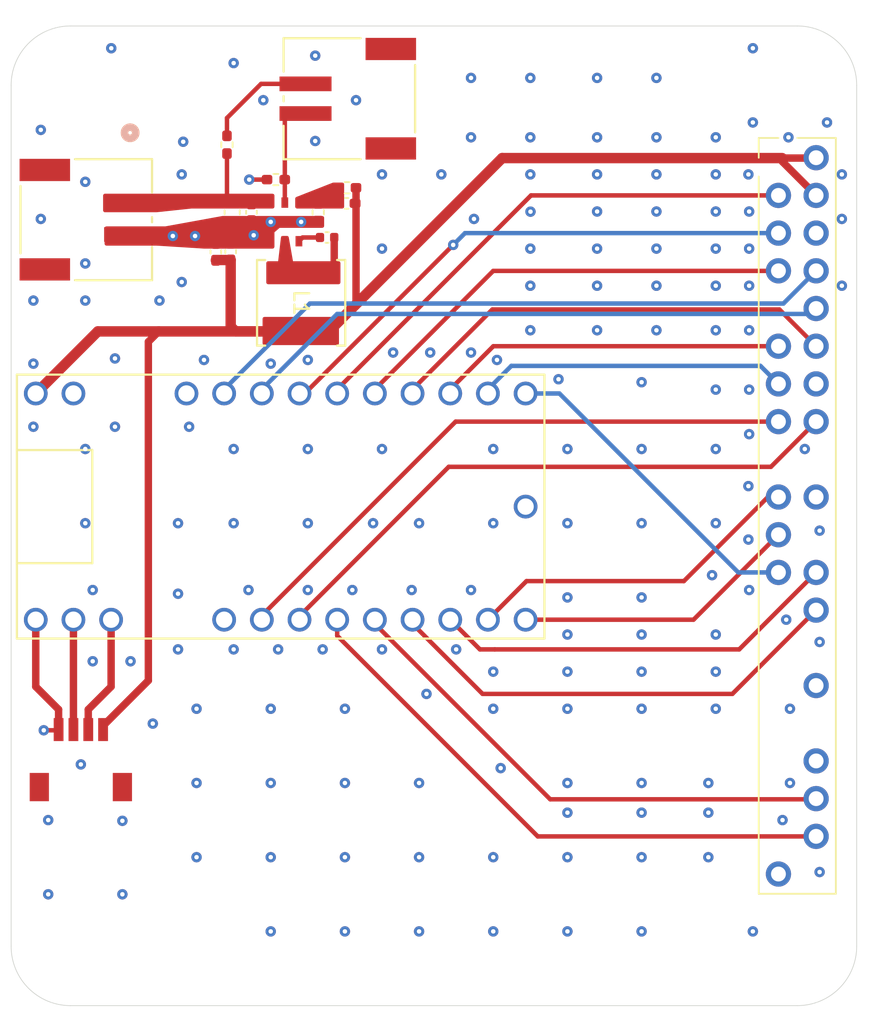
<source format=kicad_pcb>
(kicad_pcb (version 20240108) (generator "pcbnew") (generator_version "8.0")
  (layers (0 "F.Cu" signal) (1 "In1.Cu" power) (2 "In2.Cu" power) (31 "B.Cu" signal) (34 "B.Paste" user) (35 "F.Paste" user) (36 "B.SilkS" user "B.Silkscreen") (37 "F.SilkS" user "F.Silkscreen") (38 "B.Mask" user) (39 "F.Mask" user) (44 "Edge.Cuts" user))
  (net 0 "")
  (net 1 "/BUSY")
  (net 2 "/RAD_PWR")
  (net 3 "/MOD_6_MULT")
  (net 4 "/GPS_STBY")
  (net 6 "/MOD_8_MULT")
  (net 7 "VBUS")
  (net 8 "GND")
  (net 9 "/DC-DC-Out")
  (net 10 "Net-(U2-BST)")
  (net 11 "+5V")
  (net 12 "/MOSI")
  (net 13 "/CS1")
  (net 14 "/CS0")
  (net 15 "/MISO")
  (net 16 "/SCK")
  (net 17 "/RX")
  (net 18 "/DIO1")
  (net 19 "/SDA")
  (net 20 "/MOD_RST")
  (net 21 "/SCL")
  (net 23 "/TX")
  (net 24 "/LO_RST")
  (net 25 "/RX_ALT")
  (net 26 "/TX_ALT")
  (net 31 "/Enable")
  (net 32 "Net-(On/Off/switch1-Pad2)")
  (net 33 "/FB")
  (footprint "Resistor_SMD:R_0402_1005Metric_Pad0.72x0.64mm_HandSolder" (layer "F.Cu") (at 70.55 54 -90)
    (property "Reference" "R2" (hide yes))
    (property "Value" "100k" (hide yes))
    (fp_line (start -0.167621 0.38) (end 0.167621 0.38) (stroke (width 0.12)) (layer "F.SilkS"))
    (fp_line (start -0.167621 -0.38) (end 0.167621 -0.38) (stroke (width 0.12)) (layer "F.SilkS"))
    (pad "1" smd roundrect (at -0.5975 0 270) (size 0.715 0.64) (layers "F.Cu" "F.Paste" "F.Mask") (net 32 "Net-(On/Off/switch1-Pad2)"))
    (pad "2" smd roundrect (at 0.5975 0 270) (size 0.715 0.64) (layers "F.Cu" "F.Paste" "F.Mask") (net 7 "VBUS"))
  )
  (footprint "TF:MountingHole_3mm_rec" (layer "F.Cu") (at 60 50)
    (property "Reference" "H1" (hide yes))
    (property "Value" "MountingHole" (hide yes))
    (pad "" np_thru_hole circle (at 0 0) (size 3 3) (drill 3) (layers "*.Cu" "*.Mask"))
  )
  (footprint "TF:MountingHole_4mm_t4" (layer "F.Cu") (at 66 50)
    (property "Reference" "H5" (hide yes))
    (property "Value" "MountingHole" (hide yes))
    (pad "" np_thru_hole circle (at 0 0) (size 4 4) (drill 4) (layers "*.Cu" "*.Mask"))
  )
  (footprint "TF:MountingHole_3mm_rec" (layer "F.Cu") (at 109 108)
    (property "Reference" "H4" (hide yes))
    (property "Value" "MountingHole" (hide yes))
    (pad "" np_thru_hole circle (at 0 0) (size 3 3) (drill 3) (layers "*.Cu" "*.Mask"))
  )
  (footprint "Capacitor_SMD:C_0603_1608Metric" (layer "F.Cu") (at 70.9 58.55 -90)
    (property "Reference" "C1" (hide yes))
    (property "Value" "10u" (hide yes))
    (fp_line (start -0.14058 0.51) (end 0.14058 0.51) (stroke (width 0.12)) (layer "F.SilkS"))
    (fp_line (start -0.14058 -0.51) (end 0.14058 -0.51) (stroke (width 0.12)) (layer "F.SilkS"))
    (pad "1" smd roundrect (at -0.775 0 270) (size 0.9 0.95) (layers "F.Cu" "F.Paste" "F.Mask") (net 7 "VBUS"))
    (pad "2" smd roundrect (at 0.775 0 270) (size 0.9 0.95) (layers "F.Cu" "F.Paste" "F.Mask") (net 8 "GND"))
  )
  (footprint "Capacitor_SMD:C_0402_1005Metric_Pad0.74x0.62mm_HandSolder" (layer "F.Cu") (at 69.8 61.2175 90)
    (property "Reference" "C5" (hide yes))
    (property "Value" "22u" (hide yes))
    (fp_line (start -0.115835 -0.36) (end 0.115835 -0.36) (stroke (width 0.12)) (layer "F.SilkS"))
    (fp_line (start -0.115835 0.36) (end 0.115835 0.36) (stroke (width 0.12)) (layer "F.SilkS"))
    (pad "1" smd roundrect (at -0.5675 0 90) (size 0.735 0.62) (layers "F.Cu" "F.Paste" "F.Mask") (net 11 "+5V"))
    (pad "2" smd roundrect (at 0.5675 0 90) (size 0.735 0.62) (layers "F.Cu" "F.Paste" "F.Mask") (net 8 "GND"))
  )
  (footprint "footprints:SOIC_05WU-7_DIO-L_mod" (layer "F.Cu") (at 74.450001 59.2 -90)
    (property "Reference" "U2" (hide yes))
    (property "Value" "AP63300WU-7_mod" (hide yes))
    (pad "1" smd rect (at -1.3 -0.950001 270) (size 0.6985 0.4572) (layers "F.Cu" "F.Paste" "F.Mask") (net 33 "/FB"))
    (pad "2" smd rect (at -1.3 0 270) (size 0.6985 0.4572) (layers "F.Cu" "F.Paste" "F.Mask") (net 31 "/Enable"))
    (pad "3" smd rect (at -1.3 0.950001 270) (size 0.6985 0.4572) (layers "F.Cu" "F.Paste" "F.Mask") (net 7 "VBUS"))
    (pad "4" smd rect (at 1.3 0.950001 270) (size 0.6985 0.4572) (layers "F.Cu" "F.Paste" "F.Mask") (net 8 "GND"))
    (pad "5" smd rect (at 1.3 0 270) (size 0.6985 0.4572) (layers "F.Cu" "F.Paste" "F.Mask") (net 9 "/DC-DC-Out"))
    (pad "6" smd rect (at 1.3 -0.950001 270) (size 0.6985 0.4572) (layers "F.Cu" "F.Paste" "F.Mask") (net 10 "Net-(U2-BST)"))
  )
  (footprint "TF:MountingHole_4mm_t4" (layer "F.Cu") (at 66 108)
    (property "Reference" "H7" (hide yes))
    (property "Value" "MountingHole" (hide yes))
    (pad "" np_thru_hole circle (at 0 0) (size 4 4) (drill 4) (layers "*.Cu" "*.Mask"))
  )
  (footprint "Capacitor_SMD:C_0402_1005Metric" (layer "F.Cu") (at 77.3 60.25)
    (property "Reference" "C3" (hide yes))
    (property "Value" "100n" (hide yes))
    (fp_line (start -0.107836 -0.36) (end 0.107836 -0.36) (stroke (width 0.12)) (layer "F.SilkS"))
    (fp_line (start -0.107836 0.36) (end 0.107836 0.36) (stroke (width 0.12)) (layer "F.SilkS"))
    (pad "1" smd roundrect (at -0.48 0) (size 0.56 0.62) (layers "F.Cu" "F.Paste" "F.Mask") (net 10 "Net-(U2-BST)"))
    (pad "2" smd roundrect (at 0.48 0) (size 0.56 0.62) (layers "F.Cu" "F.Paste" "F.Mask") (net 9 "/DC-DC-Out"))
  )
  (footprint "JST PH 2pin:CONN_S2B-PH-SM4-TB_JST_no_circle" (layer "F.Cu") (at 78.8 50.9 90)
    (property "Reference" "On/Off/switch1" (hide yes))
    (property "Value" "S2B-PH-SM4-TB" (hide yes))
    (fp_line (start 4.0767 -4.4323) (end 1.828041 -4.4323) (stroke (width 0.1524)) (layer "F.SilkS"))
    (fp_line (start 0.171961 -4.4323) (end -0.171961 -4.4323) (stroke (width 0.1524)) (layer "F.SilkS"))
    (fp_line (start -1.828041 -4.4323) (end -4.0767 -4.4323) (stroke (width 0.1524)) (layer "F.SilkS"))
    (fp_line (start -4.0767 -4.4323) (end -4.0767 0.760161) (stroke (width 0.1524)) (layer "F.SilkS"))
    (fp_line (start 4.0767 0.760161) (end 4.0767 -4.4323) (stroke (width 0.1524)) (layer "F.SilkS"))
    (fp_line (start -2.267961 4.4323) (end 2.267961 4.4323) (stroke (width 0.1524)) (layer "F.SilkS"))
    (pad "1" smd rect (at -1.000001 -2.9553 90) (size 0.9906 3.5052) (layers "F.Cu" "F.Paste" "F.Mask") (net 31 "/Enable"))
    (pad "2" smd rect (at 1.000001 -2.9553 90) (size 0.9906 3.5052) (layers "F.Cu" "F.Paste" "F.Mask") (net 32 "Net-(On/Off/switch1-Pad2)"))
    (pad "3" smd rect (at -3.350001 2.794701 90) (size 1.4986 3.4036) (layers "F.Cu" "F.Paste" "F.Mask"))
    (pad "4" smd rect (at 3.350001 2.794701 90) (size 1.4986 3.4036) (layers "F.Cu" "F.Paste" "F.Mask"))
  )
  (footprint "Resistor_SMD:R_0402_1005Metric" (layer "F.Cu") (at 76.7 58.55 -90)
    (property "Reference" "R4" (hide yes))
    (property "Value" "31.1k" (hide yes))
    (fp_line (start -0.153641 0.38) (end 0.153641 0.38) (stroke (width 0.12)) (layer "F.SilkS"))
    (fp_line (start -0.153641 -0.38) (end 0.153641 -0.38) (stroke (width 0.12)) (layer "F.SilkS"))
    (pad "1" smd roundrect (at -0.51 0 270) (size 0.54 0.64) (layers "F.Cu" "F.Paste" "F.Mask") (net 33 "/FB"))
    (pad "2" smd roundrect (at 0.51 0 270) (size 0.54 0.64) (layers "F.Cu" "F.Paste" "F.Mask") (net 8 "GND"))
  )
  (footprint "Bourns_induct:IND_SRP5050FA-5R6M_BRN_mod" (layer "F.Cu") (at 75.55 64.65 -90)
    (property "Reference" "L1" (at 0 0 -90) (layer "F.SilkS"))
    (property "Value" "6.8uH")
    (fp_line (start -2.8829 2.9718) (end 2.8829 2.9718) (stroke (width 0.1524)) (layer "F.SilkS"))
    (fp_line (start 2.8829 2.9718) (end 2.8829 2.424852) (stroke (width 0.1524)) (layer "F.SilkS"))
    (fp_line (start -2.8829 2.424852) (end -2.8829 2.9718) (stroke (width 0.1524)) (layer "F.SilkS"))
    (fp_line (start 2.8829 -2.424852) (end 2.8829 -2.9718) (stroke (width 0.1524)) (layer "F.SilkS"))
    (fp_line (start -2.8829 -2.9718) (end -2.8829 -2.424852) (stroke (width 0.1524)) (layer "F.SilkS"))
    (fp_line (start 2.8829 -2.9718) (end -2.8829 -2.9718) (stroke (width 0.1524)) (layer "F.SilkS"))
    (pad "1" smd rect (at -1.927301 0 270) (size 1.2954 4.5974) (layers "F.Cu" "F.Paste" "F.Mask") (net 9 "/DC-DC-Out"))
    (pad "2" smd rect (at 1.927301 0 270) (size 1.2954 4.5974) (layers "F.Cu" "F.Paste" "F.Mask") (net 11 "+5V"))
  )
  (footprint "Resistor_SMD:R_0402_1005Metric_Pad0.72x0.64mm_HandSolder" (layer "F.Cu") (at 78.65 56.9)
    (property "Reference" "R3" (hide yes))
    (property "Value" "162k" (hide yes))
    (fp_line (start -0.167621 -0.38) (end 0.167621 -0.38) (stroke (width 0.12)) (layer "F.SilkS"))
    (fp_line (start -0.167621 0.38) (end 0.167621 0.38) (stroke (width 0.12)) (layer "F.SilkS"))
    (pad "1" smd roundrect (at -0.5975 0) (size 0.715 0.64) (layers "F.Cu" "F.Paste" "F.Mask") (net 33 "/FB"))
    (pad "2" smd roundrect (at 0.5975 0) (size 0.715 0.64) (layers "F.Cu" "F.Paste" "F.Mask") (net 11 "+5V"))
  )
  (footprint "TF:MountingHole_3mm_rec" (layer "F.Cu") (at 109 50)
    (property "Reference" "H2" (hide yes))
    (property "Value" "MountingHole" (hide yes))
    (pad "" np_thru_hole circle (at 0 0) (size 3 3) (drill 3) (layers "*.Cu" "*.Mask"))
  )
  (footprint "JST SH 4pin:CONN_SM04B-SRSS-TB_JST" (layer "F.Cu") (at 60.7 95.5 180)
    (property "Reference" "J2" (hide yes))
    (property "Value" "SM04B-SRSS-TB" (hide yes))
    (pad "1" smd rect (at 1.5 2.0985 180) (size 0.6604 1.5494) (layers "F.Cu" "F.Paste" "F.Mask") (net 8 "GND"))
    (pad "2" smd rect (at 0.499999 2.0985 180) (size 0.6604 1.5494) (layers "F.Cu" "F.Paste" "F.Mask") (net 25 "/RX_ALT"))
    (pad "3" smd rect (at -0.499999 2.0985 180) (size 0.6604 1.5494) (layers "F.Cu" "F.Paste" "F.Mask") (net 26 "/TX_ALT"))
    (pad "4" smd rect (at -1.5 2.0985 180) (size 0.6604 1.5494) (layers "F.Cu" "F.Paste" "F.Mask") (net 11 "+5V"))
    (pad "5" smd rect (at -2.799999 -1.776501 270) (size 1.905 1.2954) (layers "F.Cu" "F.Paste" "F.Mask"))
    (pad "6" smd rect (at 2.799999 -1.776501 270) (size 1.905 1.2954) (layers "F.Cu" "F.Paste" "F.Mask"))
  )
  (footprint "TF:MountingHole_3mm_rec" (layer "F.Cu") (at 60 108)
    (property "Reference" "H3" (hide yes))
    (property "Value" "MountingHole" (hide yes))
    (pad "" np_thru_hole circle (at 0 0) (size 3 3) (drill 3) (layers "*.Cu" "*.Mask"))
  )
  (footprint "Capacitor_SMD:C_0402_1005Metric_Pad0.74x0.62mm_HandSolder" (layer "F.Cu") (at 70.8 61.2 90)
    (property "Reference" "C4" (hide yes))
    (property "Value" "22u" (hide yes))
    (fp_line (start -0.115835 -0.36) (end 0.115835 -0.36) (stroke (width 0.12)) (layer "F.SilkS"))
    (fp_line (start -0.115835 0.36) (end 0.115835 0.36) (stroke (width 0.12)) (layer "F.SilkS"))
    (pad "1" smd roundrect (at -0.5675 0 90) (size 0.735 0.62) (layers "F.Cu" "F.Paste" "F.Mask") (net 11 "+5V"))
    (pad "2" smd roundrect (at 0.5675 0 90) (size 0.735 0.62) (layers "F.Cu" "F.Paste" "F.Mask") (net 8 "GND"))
  )
  (footprint "Capacitor_SMD:C_0402_1005Metric" (layer "F.Cu") (at 72.2 58.55 -90)
    (property "Reference" "C2" (hide yes))
    (property "Value" "100n" (hide yes))
    (fp_line (start -0.107836 0.36) (end 0.107836 0.36) (stroke (width 0.12)) (layer "F.SilkS"))
    (fp_line (start -0.107836 -0.36) (end 0.107836 -0.36) (stroke (width 0.12)) (layer "F.SilkS"))
    (pad "1" smd roundrect (at -0.48 0 270) (size 0.56 0.62) (layers "F.Cu" "F.Paste" "F.Mask") (net 7 "VBUS"))
    (pad "2" smd roundrect (at 0.48 0 270) (size 0.56 0.62) (layers "F.Cu" "F.Paste" "F.Mask") (net 8 "GND"))
  )
  (footprint "TF:MountingHole_4mm_t4" (layer "F.Cu") (at 103 108)
    (property "Reference" "H8" (hide yes))
    (property "Value" "MountingHole" (hide yes))
    (pad "" np_thru_hole circle (at 0 0) (size 4 4) (drill 4) (layers "*.Cu" "*.Mask"))
  )
  (footprint "Capacitor_SMD:C_0402_1005Metric_Pad0.74x0.62mm_HandSolder" (layer "F.Cu") (at 78.6175 57.95)
    (property "Reference" "C6" (hide yes))
    (property "Value" "47p" (hide yes))
    (fp_line (start -0.115835 -0.36) (end 0.115835 -0.36) (stroke (width 0.12)) (layer "F.SilkS"))
    (fp_line (start -0.115835 0.36) (end 0.115835 0.36) (stroke (width 0.12)) (layer "F.SilkS"))
    (pad "1" smd roundrect (at -0.5675 0) (size 0.735 0.62) (layers "F.Cu" "F.Paste" "F.Mask") (net 33 "/FB"))
    (pad "2" smd roundrect (at 0.5675 0) (size 0.735 0.62) (layers "F.Cu" "F.Paste" "F.Mask") (net 11 "+5V"))
  )
  (footprint "Resistor_SMD:R_0402_1005Metric_Pad0.72x0.64mm_HandSolder" (layer "F.Cu") (at 73.8475 56.35 180)
    (property "Reference" "R1" (hide yes))
    (property "Value" "100k" (hide yes))
    (fp_line (start -0.167621 0.38) (end 0.167621 0.38) (stroke (width 0.12)) (layer "F.SilkS"))
    (fp_line (start -0.167621 -0.38) (end 0.167621 -0.38) (stroke (width 0.12)) (layer "F.SilkS"))
    (pad "1" smd roundrect (at -0.5975 0 180) (size 0.715 0.64) (layers "F.Cu" "F.Paste" "F.Mask") (net 31 "/Enable"))
    (pad "2" smd roundrect (at 0.5975 0 180) (size 0.715 0.64) (layers "F.Cu" "F.Paste" "F.Mask") (net 8 "GND"))
  )
  (footprint "teensy:Teensy40_receiver" (layer "F.Cu") (at 74.17 78.38)
    (property "Reference" "U1" (hide yes))
    (property "Value" "Teensy4.0" (hide yes))
    (fp_line (start -17.78 -8.89) (end 17.78 -8.89) (stroke (width 0.15)) (layer "F.SilkS"))
    (fp_line (start -17.78 8.89) (end -17.78 -8.89) (stroke (width 0.15)) (layer "F.SilkS"))
    (fp_line (start -12.7 -3.81) (end -17.78 -3.81) (stroke (width 0.15)) (layer "F.SilkS"))
    (fp_line (start -12.7 3.81) (end -17.78 3.81) (stroke (width 0.15)) (layer "F.SilkS"))
    (fp_line (start -12.7 3.81) (end -12.7 -3.81) (stroke (width 0.15)) (layer "F.SilkS"))
    (fp_line (start 17.78 -8.89) (end 17.78 8.89) (stroke (width 0.15)) (layer "F.SilkS"))
    (fp_line (start 17.78 8.89) (end -17.78 8.89) (stroke (width 0.15)) (layer "F.SilkS"))
    (pad "1" thru_hole circle (at -16.51 7.62) (size 1.6 1.6) (drill 1.1) (layers "*.Cu" "*.Mask") (net 8 "GND"))
    (pad "2" thru_hole circle (at -13.97 7.62) (size 1.6 1.6) (drill 1.1) (layers "*.Cu" "*.Mask") (net 25 "/RX_ALT"))
    (pad "3" thru_hole circle (at -11.43 7.62) (size 1.6 1.6) (drill 1.1) (layers "*.Cu" "*.Mask") (net 26 "/TX_ALT"))
    (pad "6" thru_hole circle (at -3.81 7.62) (size 1.6 1.6) (drill 1.1) (layers "*.Cu" "*.Mask"))
    (pad "7" thru_hole circle (at -1.27 7.62) (size 1.6 1.6) (drill 1.1) (layers "*.Cu" "*.Mask") (net 24 "/LO_RST"))
    (pad "8" thru_hole circle (at 1.27 7.62) (size 1.6 1.6) (drill 1.1) (layers "*.Cu" "*.Mask") (net 20 "/MOD_RST"))
    (pad "9" thru_hole circle (at 3.81 7.62) (size 1.6 1.6) (drill 1.1) (layers "*.Cu" "*.Mask") (net 3 "/MOD_6_MULT"))
    (pad "10" thru_hole circle (at 6.35 7.62) (size 1.6 1.6) (drill 1.1) (layers "*.Cu" "*.Mask") (net 6 "/MOD_8_MULT"))
    (pad "11" thru_hole circle (at 8.89 7.62) (size 1.6 1.6) (drill 1.1) (layers "*.Cu" "*.Mask") (net 13 "/CS1"))
    (pad "12" thru_hole circle (at 11.43 7.62) (size 1.6 1.6) (drill 1.1) (layers "*.Cu" "*.Mask") (net 14 "/CS0"))
    (pad "13" thru_hole circle (at 13.97 7.62) (size 1.6 1.6) (drill 1.1) (layers "*.Cu" "*.Mask") (net 12 "/MOSI"))
    (pad "14" thru_hole circle (at 16.51 7.62) (size 1.6 1.6) (drill 1.1) (layers "*.Cu" "*.Mask") (net 15 "/MISO"))
    (pad "17" thru_hole circle (at 16.51 0) (size 1.6 1.6) (drill 1.1) (layers "*.Cu" "*.Mask") (net 8 "GND"))
    (pad "20" thru_hole circle (at 16.51 -7.62) (size 1.6 1.6) (drill 1.1) (layers "*.Cu" "*.Mask") (net 16 "/SCK"))
    (pad "21" thru_hole circle (at 13.97 -7.62) (size 1.6 1.6) (drill 1.1) (layers "*.Cu" "*.Mask") (net 4 "/GPS_STBY"))
    (pad "22" thru_hole circle (at 11.43 -7.62) (size 1.6 1.6) (drill 1.1) (layers "*.Cu" "*.Mask") (net 18 "/DIO1"))
    (pad "23" thru_hole circle (at 8.89 -7.62) (size 1.6 1.6) (drill 1.1) (layers "*.Cu" "*.Mask") (net 2 "/RAD_PWR"))
    (pad "24" thru_hole circle (at 6.35 -7.62) (size 1.6 1.6) (drill 1.1) (layers "*.Cu" "*.Mask") (net 1 "/BUSY"))
    (pad "25" thru_hole circle (at 3.81 -7.62) (size 1.6 1.6) (drill 1.1) (layers "*.Cu" "*.Mask") (net 19 "/SDA"))
    (pad "26" thru_hole circle (at 1.27 -7.62) (size 1.6 1.6) (drill 1.1) (layers "*.Cu" "*.Mask") (net 21 "/SCL"))
    (pad "27" thru_hole circle (at -1.27 -7.62) (size 1.6 1.6) (drill 1.1) (layers "*.Cu" "*.Mask") (net 23 "/TX"))
    (pad "28" thru_hole circle (at -3.81 -7.62) (size 1.6 1.6) (drill 1.1) (layers "*.Cu" "*.Mask") (net 17 "/RX"))
    (pad "29" thru_hole circle (at -6.35 -7.62) (size 1.6 1.6) (drill 1.1) (layers "*.Cu" "*.Mask"))
    (pad "32" thru_hole circle (at -13.97 -7.62) (size 1.6 1.6) (drill 1.1) (layers "*.Cu" "*.Mask") (net 8 "GND"))
    (pad "33" thru_hole circle (at -16.51 -7.62) (size 1.6 1.6) (drill 1.1) (layers "*.Cu" "*.Mask") (net 11 "+5V"))
  )
  (footprint "JST PH 2pin:CONN_S2B-PH-SM4-TB_JST" (layer "F.Cu") (at 61.065701 59.05 -90)
    (property "Reference" "J3" (hide yes))
    (property "Value" "S2B-PH-SM4-TB" (hide yes))
    (fp_circle (center -5.8547 -2.9553) (end -5.4737 -2.9553) (stroke (width 0.508)) (fill none) (layer "B.SilkS"))
    (fp_line (start -2.267961 4.4323) (end 2.267961 4.4323) (stroke (width 0.1524)) (layer "F.SilkS"))
    (fp_line (start 4.0767 0.760161) (end 4.0767 -4.4323) (stroke (width 0.1524)) (layer "F.SilkS"))
    (fp_line (start -4.0767 -4.4323) (end -4.0767 0.760161) (stroke (width 0.1524)) (layer "F.SilkS"))
    (fp_line (start -1.828041 -4.4323) (end -4.0767 -4.4323) (stroke (width 0.1524)) (layer "F.SilkS"))
    (fp_line (start 0.171961 -4.4323) (end -0.171961 -4.4323) (stroke (width 0.1524)) (layer "F.SilkS"))
    (fp_line (start 4.0767 -4.4323) (end 1.828041 -4.4323) (stroke (width 0.1524)) (layer "F.SilkS"))
    (fp_circle (center -5.8547 -2.9553) (end -5.4737 -2.9553) (stroke (width 0.508)) (fill none) (layer "F.SilkS"))
    (pad "1" smd rect (at -1.000001 -2.9553 270) (size 0.9906 3.5052) (layers "F.Cu" "F.Paste" "F.Mask") (net 7 "VBUS"))
    (pad "2" smd rect (at 1.000001 -2.9553 270) (size 0.9906 3.5052) (layers "F.Cu" "F.Paste" "F.Mask") (net 8 "GND"))
    (pad "3" smd rect (at -3.350001 2.794701 270) (size 1.4986 3.4036) (layers "F.Cu" "F.Paste" "F.Mask"))
    (pad "4" smd rect (at 3.350001 2.794701 270) (size 1.4986 3.4036) (layers "F.Cu" "F.Paste" "F.Mask"))
  )
  (footprint "TF:MountingHole_4mm_t4" (layer "F.Cu") (at 103 50)
    (property "Reference" "H6" (hide yes))
    (property "Value" "MountingHole" (hide yes))
    (pad "" np_thru_hole circle (at 0 0) (size 4 4) (drill 4) (layers "*.Cu" "*.Mask"))
  )
  (footprint "TF:PinHeader_2x20_P2.54mm_Vertical_receiver" (layer "F.Cu") (at 107.725 54.875)
    (property "Reference" "J1" (hide yes))
    (property "Value" "Raspberry_Pi_4" (hide yes))
    (fp_line (start -1.33 -1.33) (end 0 -1.33) (stroke (width 0.12)) (layer "F.SilkS"))
    (fp_line (start -1.33 0) (end -1.33 -1.33) (stroke (width 0.12)) (layer "F.SilkS"))
    (fp_line (start -1.33 1.27) (end -1.33 49.59) (stroke (width 0.12)) (layer "F.SilkS"))
    (fp_line (start -1.33 49.59) (end 3.87 49.59) (stroke (width 0.12)) (layer "F.SilkS"))
    (fp_line (start 1.27 -1.33) (end 3.87 -1.33) (stroke (width 0.12)) (layer "F.SilkS"))
    (fp_line (start 3.87 -1.33) (end 3.87 49.59) (stroke (width 0.12)) (layer "F.SilkS"))
    (pad "2" thru_hole oval (at 2.54 0) (size 1.7 1.7) (drill 1) (layers "*.Cu" "*.Mask") (net 11 "+5V"))
    (pad "3" thru_hole oval (at 0 2.54) (size 1.7 1.7) (drill 1) (layers "*.Cu" "*.Mask") (net 19 "/SDA"))
    (pad "4" thru_hole oval (at 2.54 2.54) (size 1.7 1.7) (drill 1) (layers "*.Cu" "*.Mask") (net 11 "+5V"))
    (pad "5" thru_hole oval (at 0 5.08) (size 1.7 1.7) (drill 1) (layers "*.Cu" "*.Mask") (net 21 "/SCL"))
    (pad "6" thru_hole oval (at 2.54 5.08) (size 1.7 1.7) (drill 1) (layers "*.Cu" "*.Mask") (net 8 "GND"))
    (pad "7" thru_hole oval (at 0 7.62) (size 1.7 1.7) (drill 1) (layers "*.Cu" "*.Mask") (net 1 "/BUSY"))
    (pad "8" thru_hole oval (at 2.54 7.62) (size 1.7 1.7) (drill 1) (layers "*.Cu" "*.Mask") (net 17 "/RX"))
    (pad "10" thru_hole oval (at 2.54 10.16) (size 1.7 1.7) (drill 1) (layers "*.Cu" "*.Mask") (net 23 "/TX"))
    (pad "11" thru_hole oval (at 0 12.7) (size 1.7 1.7) (drill 1) (layers "*.Cu" "*.Mask") (net 18 "/DIO1"))
    (pad "12" thru_hole oval (at 2.54 12.7) (size 1.7 1.7) (drill 1) (layers "*.Cu" "*.Mask") (net 2 "/RAD_PWR"))
    (pad "13" thru_hole oval (at 0 15.24) (size 1.7 1.7) (drill 1) (layers "*.Cu" "*.Mask") (net 4 "/GPS_STBY"))
    (pad "14" thru_hole oval (at 2.54 15.24) (size 1.7 1.7) (drill 1) (layers "*.Cu" "*.Mask") (net 8 "GND"))
    (pad "15" thru_hole oval (at 0 17.78) (size 1.7 1.7) (drill 1) (layers "*.Cu" "*.Mask") (net 24 "/LO_RST"))
    (pad "16" thru_hole oval (at 2.54 17.78) (size 1.7 1.7) (drill 1) (layers "*.Cu" "*.Mask") (net 20 "/MOD_RST"))
    (pad "19" thru_hole oval (at 0 22.86) (size 1.7 1.7) (drill 1) (layers "*.Cu" "*.Mask") (net 12 "/MOSI"))
    (pad "20" thru_hole oval (at 2.54 22.86) (size 1.7 1.7) (drill 1) (layers "*.Cu" "*.Mask") (net 8 "GND"))
    (pad "21" thru_hole oval (at 0 25.4) (size 1.7 1.7) (drill 1) (layers "*.Cu" "*.Mask") (net 15 "/MISO"))
    (pad "23" thru_hole oval (at 0 27.94) (size 1.7 1.7) (drill 1) (layers "*.Cu" "*.Mask") (net 16 "/SCK"))
    (pad "24" thru_hole oval (at 2.54 27.94) (size 1.7 1.7) (drill 1) (layers "*.Cu" "*.Mask") (net 14 "/CS0"))
    (pad "26" thru_hole oval (at 2.54 30.48) (size 1.7 1.7) (drill 1) (layers "*.Cu" "*.Mask") (net 13 "/CS1"))
    (pad "30" thru_hole oval (at 2.54 35.56) (size 1.7 1.7) (drill 1) (layers "*.Cu" "*.Mask") (net 8 "GND"))
    (pad "34" thru_hole oval (at 2.54 40.64) (size 1.7 1.7) (drill 1) (layers "*.Cu" "*.Mask") (net 8 "GND"))
    (pad "36" thru_hole oval (at 2.54 43.18) (size 1.7 1.7) (drill 1) (layers "*.Cu" "*.Mask") (net 6 "/MOD_8_MULT"))
    (pad "38" thru_hole oval (at 2.54 45.72) (size 1.7 1.7) (drill 1) (layers "*.Cu" "*.Mask") (net 3 "/MOD_6_MULT"))
    (pad "39" thru_hole oval (at 0 48.26) (size 1.7 1.7) (drill 1) (layers "*.Cu" "*.Mask") (net 8 "GND"))
  )
  (gr_line (start 60 46) (end 109 46) (stroke (width 0.05)) (layer "Edge.Cuts"))
  (gr_arc (start 109 46) (mid 111.828427 47.171573) (end 113 50) (stroke (width 0.05)) (layer "Edge.Cuts"))
  (gr_line (start 56 108) (end 56 50) (stroke (width 0.05)) (layer "Edge.Cuts"))
  (gr_arc (start 60 112) (mid 57.171573 110.828427) (end 56 108) (stroke (width 0.05)) (layer "Edge.Cuts"))
  (gr_arc (start 113 108) (mid 111.828427 110.828427) (end 109 112) (stroke (width 0.05)) (layer "Edge.Cuts"))
  (gr_line (start 109 112) (end 60 112) (stroke (width 0.05)) (layer "Edge.Cuts"))
  (gr_line (start 113 50) (end 113 108) (stroke (width 0.05)) (layer "Edge.Cuts"))
  (gr_arc (start 56 50) (mid 57.171573 47.171573) (end 60 46) (stroke (width 0.05)) (layer "Edge.Cuts"))
  (segment (start 107.72 62.5) (end 107.725 62.495) (width 0.3) (layer "F.Cu") (net 1))
  (segment (start 88.5 62.5) (end 107.72 62.5) (width 0.3) (layer "F.Cu") (net 1))
  (segment (start 80.24 70.76) (end 88.5 62.5) (width 0.3) (layer "F.Cu") (net 1))
  (segment (start 88.44 65.1) (end 107.79 65.1) (width 0.3) (layer "F.Cu") (net 2))
  (segment (start 82.78 70.76) (end 88.44 65.1) (width 0.3) (layer "F.Cu") (net 2))
  (segment (start 107.79 65.1) (end 110.265 67.575) (width 0.3) (layer "F.Cu") (net 2))
  (segment (start 110.26 100.6) (end 110.265 100.595) (width 0.3) (layer "F.Cu") (net 3))
  (segment (start 77.98 87.08) (end 77.98 86) (width 0.3) (layer "F.Cu") (net 3))
  (segment (start 91.5 100.6) (end 110.26 100.6) (width 0.3) (layer "F.Cu") (net 3))
  (segment (start 77.98 87.08) (end 91.5 100.6) (width 0.3) (layer "F.Cu") (net 3))
  (segment (start 106.51 68.9) (end 107.725 70.115) (width 0.3) (layer "B.Cu") (net 4))
  (segment (start 89.72 68.9) (end 106.51 68.9) (width 0.3) (layer "B.Cu") (net 4))
  (segment (start 87.86 70.76) (end 89.72 68.9) (width 0.3) (layer "B.Cu") (net 4))
  (segment (start 92.34 98.1) (end 110.22 98.1) (width 0.3) (layer "F.Cu") (net 6))
  (segment (start 110.22 98.1) (end 110.265 98.055) (width 0.3) (layer "F.Cu") (net 6))
  (segment (start 80.24 86) (end 92.34 98.1) (width 0.3) (layer "F.Cu") (net 6))
  (segment (start 70.55 58.07) (end 70.55 54.5975) (width 0.3) (layer "F.Cu") (net 7))
  (segment (start 57.66 90.51) (end 57.66 86) (width 0.5) (layer "F.Cu") (net 8))
  (segment (start 59.2 92.05) (end 57.66 90.51) (width 0.5) (layer "F.Cu") (net 8))
  (segment (start 73.1025 56.35) (end 72.05 56.35) (width 0.3) (layer "F.Cu") (net 8))
  (segment (start 59.2 93.4015) (end 59.2 92.05) (width 0.5) (layer "F.Cu") (net 8))
  (segment (start 59.1515 93.45) (end 59.2 93.4015) (width 0.3) (layer "F.Cu") (net 8))
  (segment (start 58.2 93.45) (end 59.1515 93.45) (width 0.3) (layer "F.Cu") (net 8))
  (via (at 58 53) (size 0.7) (drill 0.3) (layers "F.Cu" "B.Cu") (net 8))
  (via (at 103.5 92) (size 0.7) (drill 0.3) (layers "F.Cu" "B.Cu") (net 8))
  (via (at 88.75 68.5) (size 0.7) (drill 0.3) (layers "F.Cu" "B.Cu") (net 8))
  (via (at 91 66.5) (size 0.7) (drill 0.3) (layers "F.Cu" "B.Cu") (net 8))
  (via (at 61 56.5) (size 0.7) (drill 0.3) (layers "F.Cu" "B.Cu") (net 8))
  (via (at 99.5 63.5) (size 0.7) (drill 0.3) (layers "F.Cu" "B.Cu") (net 8))
  (via (at 57.5 68.75) (size 0.7) (drill 0.3) (layers "F.Cu" "B.Cu") (net 8))
  (via (at 93.5 89.5) (size 0.7) (drill 0.3) (layers "F.Cu" "B.Cu") (net 8))
  (via (at 83.5 79.5) (size 0.7) (drill 0.3) (layers "F.Cu" "B.Cu") (net 8))
  (via (at 57.5 73) (size 0.7) (drill 0.3) (layers "F.Cu" "B.Cu") (net 8))
  (via (at 60.7 95.75) (size 0.7) (drill 0.3) (layers "F.Cu" "B.Cu") (net 8))
  (via (at 105.7 80.6) (size 0.7) (drill 0.3) (layers "F.Cu" "B.Cu") (net 8))
  (via (at 71 88) (size 0.7) (drill 0.3) (layers "F.Cu" "B.Cu") (net 8))
  (via (at 92.9 69.8) (size 0.7) (drill 0.3) (layers "F.Cu" "B.Cu") (net 8))
  (via (at 67.6 53.8) (size 0.7) (drill 0.3) (layers "F.Cu" "B.Cu") (net 8))
  (via (at 71 48.5) (size 0.7) (drill 0.3) (layers "F.Cu" "B.Cu") (net 8))
  (via (at 58.2 93.45) (size 0.7) (drill 0.3) (layers "F.Cu" "B.Cu") (net 8))
  (via (at 89 96) (size 0.7) (drill 0.3) (layers "F.Cu" "B.Cu") (net 8))
  (via (at 112 56) (size 0.7) (drill 0.3) (layers "F.Cu" "B.Cu") (net 8))
  (via (at 61 79.5) (size 0.7) (drill 0.3) (layers "F.Cu" "B.Cu") (net 8))
  (via (at 69 68.5) (size 0.7) (drill 0.3) (layers "F.Cu" "B.Cu") (net 8))
  (via (at 88.5 79.5) (size 0.7) (drill 0.3) (layers "F.Cu" "B.Cu") (net 8))
  (via (at 99.5 53.5) (size 0.7) (drill 0.3) (layers "F.Cu" "B.Cu") (net 8))
  (via (at 103.5 58.5) (size 0.7) (drill 0.3) (layers "F.Cu" "B.Cu") (net 8))
  (via (at 61.5 88.8) (size 0.7) (drill 0.3) (layers "F.Cu" "B.Cu") (net 8))
  (via (at 63 68.4) (size 0.7) (drill 0.3) (layers "F.Cu" "B.Cu") (net 8))
  (via (at 61 62) (size 0.7) (drill 0.3) (layers "F.Cu" "B.Cu") (net 8))
  (via (at 71 79.5) (size 0.7) (drill 0.3) (layers "F.Cu" "B.Cu") (net 8))
  (via (at 76.5 48) (size 0.7) (drill 0.3) (layers "F.Cu" "B.Cu") (net 8))
  (via (at 105.75 63.5) (size 0.7) (drill 0.3) (layers "F.Cu" "B.Cu") (net 8))
  (via (at 93.5 84.5) (size 0.7) (drill 0.3) (layers "F.Cu" "B.Cu") (net 8))
  (via (at 63.5 99.55) (size 0.7) (drill 0.3) (layers "F.Cu" "B.Cu") (net 8))
  (via (at 67.25 84.25) (size 0.7) (drill 0.3) (layers "F.Cu" "B.Cu") (net 8))
  (via (at 105.7 56) (size 0.7) (drill 0.3) (layers "F.Cu" "B.Cu") (net 8))
  (via (at 109.5 74.5) (size 0.7) (drill 0.3) (layers "F.Cu" "B.Cu") (net 8))
  (via (at 73.5 97) (size 0.7) (drill 0.3) (layers "F.Cu" "B.Cu") (net 8))
  (via (at 83.5 97) (size 0.7) (drill 0.3) (layers "F.Cu" "B.Cu") (net 8))
  (via (at 87 84) (size 0.7) (drill 0.3) (layers "F.Cu" "B.Cu") (net 8))
  (via (at 76 79.5) (size 0.7) (drill 0.3) (layers "F.Cu" "B.Cu") (net 8))
  (via (at 95.5 58.5) (size 0.7) (drill 0.3) (layers "F.Cu" "B.Cu") (net 8))
  (via (at 67.25 88) (size 0.7) (drill 0.3) (layers "F.Cu" "B.Cu") (net 8))
  (via (at 73.5 59.2) (size 0.7) (drill 0.3) (layers "F.Cu" "B.Cu") (net 8))
  (via (at 95.5 49.5) (size 0.7) (drill 0.3) (layers "F.Cu" "B.Cu") (net 8))
  (via (at 103 97) (size 0.7) (drill 0.3) (layers "F.Cu" "B.Cu") (net 8))
  (via (at 74 88) (size 0.7) (drill 0.3) (layers "F.Cu" "B.Cu") (net 8))
  (via (at 103.5 70.5) (size 0.7) (drill 0.3) (layers "F.Cu" "B.Cu") (net 8))
  (via (at 103.5 61) (size 0.7) (drill 0.3) (layers "F.Cu" "B.Cu") (net 8))
  (via (at 98.5 99) (size 0.7) (drill 0.3) (layers "F.Cu" "B.Cu") (net 8))
  (via (at 103.5 53.5) (size 0.7) (drill 0.3) (layers "F.Cu" "B.Cu") (net 8))
  (via (at 85 56) (size 0.7) (drill 0.3) (layers "F.Cu" "B.Cu") (net 8))
  (via (at 91 61) (size 0.7) (drill 0.3) (layers "F.Cu" "B.Cu") (net 8))
  (via (at 84.25 68) (size 0.7) (drill 0.3) (layers "F.Cu" "B.Cu") (net 8))
  (via (at 105.75 70.5) (size 0.7) (drill 0.3) (layers "F.Cu" "B.Cu") (net 8))
  (via (at 68.4 60.15) (size 0.7) (drill 0.3) (layers "F.Cu" "B.Cu") (net 8))
  (via (at 86 88) (size 0.7) (drill 0.3) (layers "F.Cu" "B.Cu") (net 8))
  (via (at 79 84) (size 0.7) (drill 0.3) (layers "F.Cu" "B.Cu") (net 8))
  (via (at 58.5 99.5) (size 0.7) (drill 0.3) (layers "F.Cu" "B.Cu") (net 8))
  (via (at 88.5 92) (size 0.7) (drill 0.3) (layers "F.Cu" "B.Cu") (net 8))
  (via (at 112 63.5) (size 0.7) (drill 0.3) (layers "F.Cu" "B.Cu") (net 8))
  (via (at 103 99) (size 0.7) (drill 0.3) (layers "F.Cu" "B.Cu") (net 8))
  (via (at 91 56) (size 0.7) (drill 0.3) (layers "F.Cu" "B.Cu") (net 8))
  (via (at 66 64.5) (size 0.7) (drill 0.3) (layers "F.Cu" "B.Cu") (net 8))
  (via (at 99.5 49.5) (size 0.7) (drill 0.3) (layers "F.Cu" "B.Cu") (net 8))
  (via (at 91 49.5) (size 0.7) (drill 0.3) (layers "F.Cu" "B.Cu") (net 8))
  (via (at 93.5 107) (size 0.7) (drill 0.3) (layers "F.Cu" "B.Cu") (net 8))
  (via (at 103.25 83) (size 0.7) (drill 0.3) (layers "F.Cu" "B.Cu") (net 8))
  (via (at 103.5 56) (size 0.7) (drill 0.3) (layers "F.Cu" "B.Cu") (net 8))
  (via (at 67.25 79.5) (size 0.7) (drill 0.3) (layers "F.Cu" "B.Cu") (net 8))
  (via (at 72.05 56.35) (size 0.7) (drill 0.3) (layers "F.Cu" "B.Cu") (net 8))
  (via (at 108.5 92) (size 0.7) (drill 0.3) (layers "F.Cu" "B.Cu") (net 8))
  (via (at 64.05 88.8) (size 0.7) (drill 0.3) (layers "F.Cu" "B.Cu") (net 8))
  (via (at 83.5 107) (size 0.7) (drill 0.3) (layers "F.Cu" "B.Cu") (net 8))
  (via (at 73.5 102) (size 0.7) (drill 0.3) (layers "F.Cu" "B.Cu") (net 8))
  (via (at 88.5 89.5) (size 0.7) (drill 0.3) (layers "F.Cu" "B.Cu") (net 8))
  (via (at 91.010331 58.510331) (size 0.7) (drill 0.3) (layers "F.Cu" "B.Cu") (net 8))
  (via (at 103.5 66.5) (size 0.7) (drill 0.3) (layers "F.Cu" "B.Cu") (net 8))
  (via (at 105.7 77) (size 0.7) (drill 0.3) (layers "F.Cu" "B.Cu") (net 8))
  (via (at 95.5 61) (size 0.7) (drill 0.3) (layers "F.Cu" "B.Cu") (net 8))
  (via (at 110.5 80) (size 0.7) (drill 0.3) (layers "F.Cu" "B.Cu") (net 8))
  (via (at 93.5 102) (size 0.7) (drill 0.3) (layers "F.Cu" "B.Cu") (net 8))
  (via (at 99.5 61) (size 0.7) (drill 0.3) (layers "F.Cu" "B.Cu") (net 8))
  (via (at 67.5 63.25) (size 0.7) (drill 0.3) (layers "F.Cu" "B.Cu") (net 8))
  (via (at 103.5 79.5) (size 0.7) (drill 0.3) (layers "F.Cu" "B.Cu") (net 8))
  (via (at 87.2 59) (size 0.7) (drill 0.3) (layers "F.Cu" "B.Cu") (net 8))
  (via (at 62.75 47.5) (size 0.7) (drill 0.3) (layers "F.Cu" "B.Cu") (net 8))
  (via (at 95.5 66.5) (size 0.7) (drill 0.3) (layers "F.Cu" "B.Cu") (net 8))
  (via (at 93.5 92) (size 0.7) (drill 0.3) (layers "F.Cu" "B.Cu") (net 8))
  (via (at 103.5 87) (size 0.7) (drill 0.3) (layers "F.Cu" "B.Cu") (net 8))
  (via (at 93.5 87) (size 0.7) (drill 0.3) (layers "F.Cu" "B.Cu") (net 8))
  (via (at 105.75 84) (size 0.7) (drill 0.3) (layers "F.Cu" "B.Cu") (net 8))
  (via (at 73 51) (size 0.7) (drill 0.3) (layers "F.Cu" "B.Cu") (net 8))
  (via (at 84 91) (size 0.7) (drill 0.3) (layers "F.Cu" "B.Cu") (net 8))
  (via (at 61 64.5) (size 0.7) (drill 0.3) (layers "F.Cu" "B.Cu") (net 8))
  (via (at 93.5 99) (size 0.7) (drill 0.3) (layers "F.Cu" "B.Cu") (net 8))
  (via (at 105.75 58.5) (size 0.7) (drill 0.3) (layers "F.Cu" "B.Cu") (net 8))
  (via (at 61.5 84) (size 0.7) (drill 0.3) (layers "F.Cu" "B.Cu") (net 8))
  (via (at 81.75 68) (size 0.7) (drill 0.3) (layers "F.Cu" "B.Cu") (net 8))
  (via (at 105.75 66.5) (size 0.7) (drill 0.3) (layers "F.Cu" "B.Cu") (net 8))
  (via (at 80.4 79.5) (size 0.7) (drill 0.3) (layers "F.Cu" "B.Cu") (net 8))
  (via (at 87 68) (size 0.7) (drill 0.3) (layers "F.Cu" "B.Cu") (net 8))
  (via (at 98.5 92) (size 0.7) (drill 0.3) (layers "F.Cu" "B.Cu") (net 8))
  (via (at 57.5 64.5) (size 0.7) (drill 0.3) (layers "F.Cu" "B.Cu") (net 8))
  (via (at 87 49.5) (size 0.7) (drill 0.3) (layers "F.Cu" "B.Cu") (net 8))
  (via (at 68.5 92) (size 0.7) (drill 0.3) (layers "F.Cu" "B.Cu") (net 8))
  (via (at 103 102) (size 0.7) (drill 0.3) (layers "F.Cu" "B.Cu") (net 8))
  (via (at 98.5 74.5) (size 0.7) (drill 0.3) (layers "F.Cu" "B.Cu") (net 8))
  (via (at 88.5 74.5) (size 0.7) (drill 0.3) (layers "F.Cu" "B.Cu") (net 8))
  (via (at 99.5 66.5) (size 0.7) (drill 0.3) (layers "F.Cu" "B.Cu") (net 8))
  (via (at 98.5 79.5) (size 0.7) (drill 0.3) (layers "F.Cu" "B.Cu") (net 8))
  (via (at 95.5 53.5) (size 0.7) (drill 0.3) (layers "F.Cu" "B.Cu") (net 8))
  (via (at 98.5 84.5) (size 0.7) (drill 0.3) (layers "F.Cu" "B.Cu") (net 8))
  (via (at 73.5 107) (size 0.7) (drill 0.3) (layers "F.Cu" "B.Cu") (net 8))
  (via (at 75.55 59.2) (size 0.7) (drill 0.3) (layers "F.Cu" "B.Cu") (net 8))
  (via (at 63.5 104.5) (size 0.7) (drill 0.3) (layers "F.Cu" "B.Cu") (net 8))
  (via (at 93.5 97) (size 0.7) (drill 0.3) (layers "F.Cu" "B.Cu") (net 8))
  (via (at 61 74.5) (size 0.7) (drill 0.3) (layers "F.Cu" "B.Cu") (net 8))
  (via (at 91 53.5) (size 0.7) (drill 0.3) (layers "F.Cu" "B.Cu") (net 8))
  (via (at 68.5 97) (size 0.7) (drill 0.3) (layers "F.Cu" "B.Cu") (net 8))
  (via (at 105.75 61) (size 0.7) (drill 0.3) (layers "F.Cu" "B.Cu") (net 8))
  (via (at 83 84) (size 0.7) (drill 0.3) (layers "F.Cu" "B.Cu") (net 8))
  (via (at 58 59) (size 0.7) (drill 0.3) (layers "F.Cu" "B.Cu") (net 8))
  (via (at 81 74.5) (size 0.7) (drill 0.3) (layers "F.Cu" "B.Cu") (net 8))
  (via (at 95.5 56) (size 0.7) (drill 0.3) (layers "F.Cu" "B.Cu") (net 8))
  (via (at 111 52.5) (size 0.7) (drill 0.3) (layers "F.Cu" "B.Cu") (net 8))
  (via (at 106 47.5) (size 0.7) (drill 0.3) (layers "F.Cu" "B.Cu") (net 8))
  (via (at 66.9 60.15) (size 0.7) (drill 0.3) (layers "F.Cu" "B.Cu") (net 8))
  (via (at 93.5 74.5) (size 0.7) (drill 0.3) (layers "F.Cu" "B.Cu") (net 8))
  (via (at 108 99.5) (size 0.7) (drill 0.3) (layers "F.Cu" "B.Cu") (net 8))
  (via (at 98.5 89.5) (size 0.7) (drill 0.3) (layers "F.Cu" "B.Cu") (net 8))
  (via (at 65.55 93) (size 0.7) (drill 0.3) (layers "F.Cu" "B.Cu") (net 8))
  (via (at 98.5 70) (size 0.7) (drill 0.3) (layers "F.Cu" "B.Cu") (net 8))
  (via (at 76 68.5) (size 0.7) (drill 0.3) (layers "F.Cu" "B.Cu") (net 8))
  (via (at 108.25 86) (size 0.7) (drill 0.3) (layers "F.Cu" "B.Cu") (net 8))
  (via (at 106 107) (size 0.7) (drill 0.3) (layers "F.Cu" "B.Cu") (net 8))
  (via (at 81 88) (size 0.7) (drill 0.3) (layers "F.Cu" "B.Cu") (net 8))
  (via (at 81 61) (size 0.7) (drill 0.3) (layers "F.Cu" "B.Cu") (net 8))
  (via (at 110.5 103) (size 0.7) (drill 0.3) (layers "F.Cu" "B.Cu") (net 8))
  (via (at 68.5 102) (size 0.7) (drill 0.3) (layers "F.Cu" "B.Cu") (net 8))
  (via (at 103.5 89.5) (size 0.7) (drill 0.3) (layers "F.Cu" "B.Cu") (net 8))
  (via (at 78.5 92) (size 0.7) (drill 0.3) (layers "F.Cu" "B.Cu") (net 8))
  (via (at 112 59) (size 0.7) (drill 0.3) (layers "F.Cu" "B.Cu") (net 8))
  (via (at 76.5 53.75) (size 0.7) (drill 0.3) (layers "F.Cu" "B.Cu") (net 8))
  (via (at 63 73) (size 0.7) (drill 0.3) (layers "F.Cu" "B.Cu") (net 8))
  (via (at 105.75 73.5) (size 0.7) (drill 0.3) (layers "F.Cu" "B.Cu") (net 8))
  (via (at 58.5 104.5) (size 0.7) (drill 0.3) (layers "F.Cu" "B.Cu") (net 8))
  (via (at 78.5 97) (size 0.7) (drill 0.3) (layers "F.Cu" "B.Cu") (net 8))
  (via (at 88.5 102) (size 0.7) (drill 0.3) (layers "F.Cu" "B.Cu") (net 8))
  (via (at 99.5 58.5) (size 0.7) (drill 0.3) (layers "F.Cu" "B.Cu") (net 8))
  (via (at 91 63.5) (size 0.7) (drill 0.3) (layers "F.Cu" "B.Cu") (net 8))
  (via (at 99.5 56) (size 0.7) (drill 0.3) (layers "F.Cu" "B.Cu") (net 8))
  (via (at 106 52.5) (size 0.7) (drill 0.3) (layers "F.Cu" "B.Cu") (net 8))
  (via (at 72.35 60.1) (size 0.7) (drill 0.3) (layers "F.Cu" "B.Cu") (net 8))
  (via (at 98.5 97) (size 0.7) (drill 0.3) (layers "F.Cu" "B.Cu") (net 8))
  (via (at 67.5 56) (size 0.7) (drill 0.3) (layers "F.Cu" "B.Cu") (net 8))
  (via (at 78.5 102) (size 0.7) (drill 0.3) (layers "F.Cu" "B.Cu") (net 8))
  (via (at 72 84) (size 0.7) (drill 0.3) (layers "F.Cu" "B.Cu") (net 8))
  (via (at 76 84) (size 0.7) (drill 0.3) (layers "F.Cu" "B.Cu") (net 8))
  (via (at 98.5 87) (size 0.7) (drill 0.3) (layers "F.Cu" "B.Cu") (net 8))
  (via (at 98.5 102) (size 0.7) (drill 0.3) (layers "F.Cu" "B.Cu") (net 8))
  (via (at 79.25 51) (size 0.7) (drill 0.3) (layers "F.Cu" "B.Cu") (net 8))
  (via (at 103.5 63.5) (size 0.7) (drill 0.3) (layers "F.Cu" "B.Cu") (net 8))
  (via (at 95.5 63.5) (size 0.7) (drill 0.3) (layers "F.Cu" "B.Cu") (net 8))
  (via (at 71 74.5) (size 0.7) (drill 0.3) (layers "F.Cu" "B.Cu") (net 8))
  (via (at 68 73) (size 0.7) (drill 0.3) (layers "F.Cu" "B.Cu") (net 8))
  (via (at 103.5 74.5) (size 0.7) (drill 0.3) (layers "F.Cu" "B.Cu") (net 8))
  (via (at 83.5 102) (size 0.7) (drill 0.3) (layers "F.Cu" "B.Cu") (net 8))
  (via (at 81 56) (size 0.7) (drill 0.3) (layers "F.Cu" "B.Cu") (net 8))
  (via (at 98.5 107) (size 0.7) (drill 0.3) (layers "F.Cu" "B.Cu") (net 8))
  (via (at 76 74.5) (size 0.7) (drill 0.3) (layers "F.Cu" "B.Cu") (net 8))
  (via (at 77 88) (size 0.7) (drill 0.3) (layers "F.Cu" "B.Cu") (net 8))
  (via (at 87 53.5) (size 0.7) (drill 0.3) (layers "F.Cu" "B.Cu") (net 8))
  (via (at 78.5 107) (size 0.7) (drill 0.3) (layers "F.Cu" "B.Cu") (net 8))
  (via (at 73.5 68.75) (size 0.7) (drill 0.3) (layers "F.Cu" "B.Cu") (net 8))
  (via (at 108.4 53.5) (size 0.7) (drill 0.3) (layers "F.Cu" "B.Cu") (net 8))
  (via (at 93.5 79.5) (size 0.7) (drill 0.3) (layers "F.Cu" "B.Cu") (net 8))
  (via (at 108.5 97) (size 0.7) (drill 0.3) (layers "F.Cu" "B.Cu") (net 8))
  (via (at 88.5 107) (size 0.7) (drill 0.3) (layers "F.Cu" "B.Cu") (net 8))
  (via (at 73.5 92) (size 0.7) (drill 0.3) (layers "F.Cu" "B.Cu") (net 8))
  (via (at 110.5 87.5) (size 0.7) (drill 0.3) (layers "F.Cu" "B.Cu") (net 8))
  (segment (start 77.78 62.27) (end 77.3 62.75) (width 0.5) (layer "F.Cu") (net 9))
  (segment (start 77.78 60.25) (end 77.78 62.27) (width 0.5) (layer "F.Cu") (net 9))
  (segment (start 75.650002 60.25) (end 75.400002 60.5) (width 0.3) (layer "F.Cu") (net 10))
  (segment (start 76.82 60.25) (end 75.650002 60.25) (width 0.3) (layer "F.Cu") (net 10))
  (segment (start 65.25 90.1) (end 65.25 67.277301) (width 0.5) (layer "F.Cu") (net 11))
  (segment (start 110.24 54.9) (end 108.025 54.9) (width 0.5) (layer "F.Cu") (net 11))
  (segment (start 65.95 66.577301) (end 75.55 66.577301) (width 0.7) (layer "F.Cu") (net 11))
  (segment (start 79.25 64.6) (end 79.325 64.675) (width 0.5) (layer "F.Cu") (net 11))
  (segment (start 110.265 57.415) (end 108 55.15) (width 0.5) (layer "F.Cu") (net 11))
  (segment (start 89.1 54.9) (end 79.575 64.425) (width 0.7) (layer "F.Cu") (net 11))
  (segment (start 110.265 54.875) (end 110.24 54.9) (width 0.5) (layer "F.Cu") (net 11))
  (segment (start 77.422699 66.577301) (end 75.55 66.577301) (width 0.7) (layer "F.Cu") (net 11))
  (segment (start 108 54.925) (end 107.975 54.9) (width 0.5) (layer "F.Cu") (net 11))
  (segment (start 70.8 61.7675) (end 69.8175 61.7675) (width 0.7) (layer "F.Cu") (net 11))
  (segment (start 65.25 67.277301) (end 65.95 66.577301) (width 0.5) (layer "F.Cu") (net 11))
  (segment (start 69.8175 61.7675) (end 69.8 61.785) (width 0.7) (layer "F.Cu") (net 11))
  (segment (start 79.575 64.425) (end 77.422699 66.577301) (width 0.7) (layer "F.Cu") (net 11))
  (segment (start 79.2475 56.9) (end 79.25 56.9025) (width 0.5) (layer "F.Cu") (net 11))
  (segment (start 62.2 93.15) (end 62.2 93.4015) (width 0.5) (layer "F.Cu") (net 11))
  (segment (start 61.842699 66.577301) (end 57.66 70.76) (width 0.7) (layer "F.Cu") (net 11))
  (segment (start 108 55.15) (end 108 54.925) (width 0.5) (layer "F.Cu") (net 11))
  (segment (start 65.25 90.1) (end 62.2 93.15) (width 0.5) (layer "F.Cu") (net 11))
  (segment (start 65.95 66.577301) (end 61.842699 66.577301) (width 0.7) (layer "F.Cu") (net 11))
  (segment (start 70.8 66.25) (end 70.8 61.7675) (width 0.7) (layer "F.Cu") (net 11))
  (segment (start 75.55 66.577301) (end 71.127301 66.577301) (width 0.7) (layer "F.Cu") (net 11))
  (segment (start 71.127301 66.577301) (end 70.8 66.25) (width 0.7) (layer "F.Cu") (net 11))
  (segment (start 79.25 56.9025) (end 79.25 64.6) (width 0.5) (layer "F.Cu") (net 11))
  (segment (start 107.975 54.9) (end 89.1 54.9) (width 0.7) (layer "F.Cu") (net 11))
  (segment (start 88.14 86) (end 90.74 83.4) (width 0.3) (layer "F.Cu") (net 12))
  (segment (start 107.015 77.735) (end 107.725 77.735) (width 0.3) (layer "F.Cu") (net 12))
  (segment (start 101.35 83.4) (end 107.015 77.735) (width 0.3) (layer "F.Cu") (net 12))
  (segment (start 90.74 83.4) (end 101.35 83.4) (width 0.3) (layer "F.Cu") (net 12))
  (segment (start 104.62 91) (end 87.78 91) (width 0.3) (layer "F.Cu") (net 13))
  (segment (start 110.265 85.355) (end 104.62 91) (width 0.3) (layer "F.Cu") (net 13))
  (segment (start 87.78 91) (end 82.78 86) (width 0.3) (layer "F.Cu") (net 13))
  (segment (start 85.6 86) (end 87.6 88) (width 0.3) (layer "F.Cu") (net 14))
  (segment (start 87.6 88) (end 88.6 88) (width 0.3) (layer "F.Cu") (net 14))
  (segment (start 88.6 88) (end 105.08 88) (width 0.3) (layer "F.Cu") (net 14))
  (segment (start 105.08 88) (end 110.265 82.815) (width 0.3) (layer "F.Cu") (net 14))
  (segment (start 90.68 86) (end 102 86) (width 0.3) (layer "F.Cu") (net 15))
  (segment (start 102 86) (end 107.725 80.275) (width 0.3) (layer "F.Cu") (net 15))
  (segment (start 105.015 82.815) (end 92.96 70.76) (width 0.3) (layer "B.Cu") (net 16))
  (segment (start 107.725 82.815) (end 105.015 82.815) (width 0.3) (layer "B.Cu") (net 16))
  (segment (start 92.96 70.76) (end 90.4 70.76) (width 0.3) (layer "B.Cu") (net 16))
  (segment (start 108.06 64.7) (end 76.14 64.7) (width 0.3) (layer "B.Cu") (net 17))
  (segment (start 110.265 62.495) (end 108.06 64.7) (width 0.3) (layer "B.Cu") (net 17))
  (segment (start 76.14 64.7) (end 70.08 70.76) (width 0.3) (layer "B.Cu") (net 17))
  (segment (start 88.505 67.575) (end 85.32 70.76) (width 0.3) (layer "F.Cu") (net 18))
  (segment (start 107.725 67.575) (end 88.505 67.575) (width 0.3) (layer "F.Cu") (net 18))
  (segment (start 77.7 70.76) (end 91.045 57.415) (width 0.3) (layer "F.Cu") (net 19))
  (segment (start 91.045 57.415) (end 107.725 57.415) (width 0.3) (layer "F.Cu") (net 19))
  (segment (start 75.16 86) (end 75.2 86) (width 0.3) (layer "F.Cu") (net 20))
  (segment (start 75.2 86) (end 85.5 75.7) (width 0.3) (layer "F.Cu") (net 20))
  (segment (start 85.5 75.7) (end 107.22 75.7) (width 0.3) (layer "F.Cu") (net 20))
  (segment (start 107.22 75.7) (end 110.265 72.655) (width 0.3) (layer "F.Cu") (net 20))
  (segment (start 75.79 70.76) (end 75.16 70.76) (width 0.3) (layer "F.Cu") (net 21))
  (segment (start 85.8 60.75) (end 75.79 70.76) (width 0.3) (layer "F.Cu") (net 21))
  (via (at 85.8 60.75) (size 0.7) (drill 0.3) (layers "F.Cu" "B.Cu") (net 21))
  (segment (start 86.595 59.955) (end 107.725 59.955) (width 0.3) (layer "B.Cu") (net 21))
  (segment (start 85.8 60.75) (end 86.595 59.955) (width 0.3) (layer "B.Cu") (net 21))
  (segment (start 77.98 65.4) (end 72.62 70.76) (width 0.3) (layer "B.Cu") (net 23))
  (segment (start 109.9 65.4) (end 77.98 65.4) (width 0.3) (layer "B.Cu") (net 23))
  (segment (start 110.265 65.035) (end 109.9 65.4) (width 0.3) (layer "B.Cu") (net 23))
  (segment (start 107.725 72.655) (end 85.965 72.655) (width 0.3) (layer "F.Cu") (net 24))
  (segment (start 85.965 72.655) (end 72.62 86) (width 0.3) (layer "F.Cu") (net 24))
  (segment (start 60.2 86) (end 60.2 93.401499) (width 0.5) (layer "F.Cu") (net 25))
  (segment (start 60.2 93.401499) (end 60.200001 93.4015) (width 0.5) (layer "F.Cu") (net 25))
  (segment (start 62.74 86) (end 62.74 90.51) (width 0.5) (layer "F.Cu") (net 26))
  (segment (start 61.199999 92.050001) (end 61.199999 93.4015) (width 0.5) (layer "F.Cu") (net 26))
  (segment (start 62.74 90.51) (end 61.199999 92.050001) (width 0.5) (layer "F.Cu") (net 26))
  (segment (start 74.450001 51.9) (end 74.450001 57.8965) (width 0.3) (layer "F.Cu") (net 31))
  (segment (start 75.8447 51.900001) (end 75.844699 51.9) (width 0.3) (layer "F.Cu") (net 31))
  (segment (start 75.844699 51.9) (end 74.450001 51.9) (width 0.3) (layer "F.Cu") (net 31))
  (segment (start 70.55 52.2) (end 72.850001 49.899999) (width 0.3) (layer "F.Cu") (net 32))
  (segment (start 72.850001 49.899999) (end 75.8447 49.899999) (width 0.3) (layer "F.Cu") (net 32))
  (segment (start 70.55 53.4025) (end 70.55 52.2) (width 0.3) (layer "F.Cu") (net 32))
  (zone (net 9) (net_name "/DC-DC-Out") (layer "F.Cu") (priority 5) (connect_pads yes (clearance 0.3)) (min_thickness 0.25) (fill yes (thermal_gap 0.5) (thermal_bridge_width 0.5))
    (polygon (pts (xy 74.2 60.15) (xy 74.7 60.15) (xy 75 61.85) (xy 78.2 61.85) (xy 78.2 63.4) (xy 73.2 63.4) (xy 73.2 61.85) (xy 74 61.85)))
  )
  (zone (net 11) (net_name "+5V") (layer "F.Cu") (priority 3) (connect_pads yes (clearance 0.3)) (min_thickness 0.25) (fill yes (thermal_gap 0.5) (thermal_bridge_width 0.5))
    (polygon (pts (xy 78.1 65.6) (xy 73.6 65.6) (xy 72.95 65.6) (xy 72.95 67.5) (xy 78.1 67.5) (xy 78.1 65.95)))
  )
  (zone (net 33) (net_name "/FB") (layer "F.Cu") (priority 4) (connect_pads yes (clearance 0.3)) (min_thickness 0.25) (fill yes (thermal_gap 0.5) (thermal_bridge_width 0.5))
    (polygon (pts (xy 77.7 56.55) (xy 75.15 57.55) (xy 75.15 57.55) (xy 75.15 58.3) (xy 78.45 58.3) (xy 78.45 56.55)))
  )
  (zone (net 8) (net_name "GND") (layer "F.Cu") (priority 2) (connect_pads yes (clearance 0.3)) (min_thickness 0.25) (fill yes (thermal_gap 0.5) (thermal_bridge_width 0.5))
    (polygon (pts (xy 62.3 59.5) (xy 66.4 59.5) (xy 70.25 58.8) (xy 73.45 58.8) (xy 77.1 58.8) (xy 77.1 59.6) (xy 74.1 59.6) (xy 73.75 59.9) (xy 73.75 61) (xy 72.8 61) (xy 70.9 61) (xy 69.9 61) (xy 69 61) (xy 65.8 60.8) (xy 62.3 60.8)))
  )
  (zone (net 7) (net_name "VBUS") (layer "F.Cu") (priority 1) (connect_pads yes (clearance 0.3)) (min_thickness 0.25) (fill yes (thermal_gap 0.5) (thermal_bridge_width 0.5))
    (polygon (pts (xy 73.75 58.3) (xy 72.4 58.3) (xy 68.150415 58.3) (xy 65.8 58.55) (xy 62.2 58.55) (xy 62.2 57.3) (xy 73.75 57.3)))
  )
)
</source>
